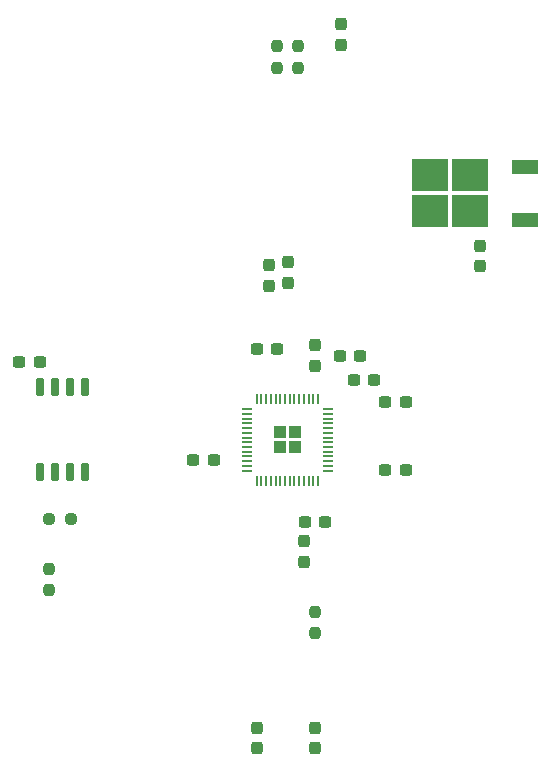
<source format=gbr>
%TF.GenerationSoftware,KiCad,Pcbnew,8.0.9-8.0.9-0~ubuntu22.04.1*%
%TF.CreationDate,2025-08-11T19:47:09-07:00*%
%TF.ProjectId,keyboard,6b657962-6f61-4726-942e-6b696361645f,rev?*%
%TF.SameCoordinates,Original*%
%TF.FileFunction,Paste,Top*%
%TF.FilePolarity,Positive*%
%FSLAX46Y46*%
G04 Gerber Fmt 4.6, Leading zero omitted, Abs format (unit mm)*
G04 Created by KiCad (PCBNEW 8.0.9-8.0.9-0~ubuntu22.04.1) date 2025-08-11 19:47:09*
%MOMM*%
%LPD*%
G01*
G04 APERTURE LIST*
G04 Aperture macros list*
%AMRoundRect*
0 Rectangle with rounded corners*
0 $1 Rounding radius*
0 $2 $3 $4 $5 $6 $7 $8 $9 X,Y pos of 4 corners*
0 Add a 4 corners polygon primitive as box body*
4,1,4,$2,$3,$4,$5,$6,$7,$8,$9,$2,$3,0*
0 Add four circle primitives for the rounded corners*
1,1,$1+$1,$2,$3*
1,1,$1+$1,$4,$5*
1,1,$1+$1,$6,$7*
1,1,$1+$1,$8,$9*
0 Add four rect primitives between the rounded corners*
20,1,$1+$1,$2,$3,$4,$5,0*
20,1,$1+$1,$4,$5,$6,$7,0*
20,1,$1+$1,$6,$7,$8,$9,0*
20,1,$1+$1,$8,$9,$2,$3,0*%
G04 Aperture macros list end*
%ADD10RoundRect,0.237500X0.237500X-0.250000X0.237500X0.250000X-0.237500X0.250000X-0.237500X-0.250000X0*%
%ADD11RoundRect,0.237500X-0.237500X0.300000X-0.237500X-0.300000X0.237500X-0.300000X0.237500X0.300000X0*%
%ADD12RoundRect,0.237500X0.250000X0.237500X-0.250000X0.237500X-0.250000X-0.237500X0.250000X-0.237500X0*%
%ADD13RoundRect,0.250000X-0.292217X-0.292217X0.292217X-0.292217X0.292217X0.292217X-0.292217X0.292217X0*%
%ADD14RoundRect,0.050000X-0.387500X-0.050000X0.387500X-0.050000X0.387500X0.050000X-0.387500X0.050000X0*%
%ADD15RoundRect,0.050000X-0.050000X-0.387500X0.050000X-0.387500X0.050000X0.387500X-0.050000X0.387500X0*%
%ADD16RoundRect,0.237500X-0.300000X-0.237500X0.300000X-0.237500X0.300000X0.237500X-0.300000X0.237500X0*%
%ADD17RoundRect,0.237500X0.237500X-0.300000X0.237500X0.300000X-0.237500X0.300000X-0.237500X-0.300000X0*%
%ADD18RoundRect,0.237500X-0.237500X0.250000X-0.237500X-0.250000X0.237500X-0.250000X0.237500X0.250000X0*%
%ADD19RoundRect,0.150000X0.150000X-0.650000X0.150000X0.650000X-0.150000X0.650000X-0.150000X-0.650000X0*%
%ADD20RoundRect,0.237500X0.300000X0.237500X-0.300000X0.237500X-0.300000X-0.237500X0.300000X-0.237500X0*%
%ADD21R,3.050000X2.750000*%
%ADD22R,2.200000X1.200000*%
G04 APERTURE END LIST*
D10*
%TO.C,R3*%
X221420000Y-161442500D03*
X221420000Y-159617500D03*
%TD*%
D11*
%TO.C,C2*%
X235410000Y-128637500D03*
X235410000Y-130362500D03*
%TD*%
D12*
%TO.C,R6*%
X200742500Y-151740000D03*
X198917500Y-151740000D03*
%TD*%
D13*
%TO.C,U2*%
X218462500Y-144432500D03*
X218462500Y-145707500D03*
X219737500Y-144432500D03*
X219737500Y-145707500D03*
D14*
X215662500Y-142470000D03*
X215662500Y-142870000D03*
X215662500Y-143270000D03*
X215662500Y-143670000D03*
X215662500Y-144070000D03*
X215662500Y-144470000D03*
X215662500Y-144870000D03*
X215662500Y-145270000D03*
X215662500Y-145670000D03*
X215662500Y-146070000D03*
X215662500Y-146470000D03*
X215662500Y-146870000D03*
X215662500Y-147270000D03*
X215662500Y-147670000D03*
D15*
X216500000Y-148507500D03*
X216900000Y-148507500D03*
X217300000Y-148507500D03*
X217700000Y-148507500D03*
X218100000Y-148507500D03*
X218500000Y-148507500D03*
X218900000Y-148507500D03*
X219300000Y-148507500D03*
X219700000Y-148507500D03*
X220100000Y-148507500D03*
X220500000Y-148507500D03*
X220900000Y-148507500D03*
X221300000Y-148507500D03*
X221700000Y-148507500D03*
D14*
X222537500Y-147670000D03*
X222537500Y-147270000D03*
X222537500Y-146870000D03*
X222537500Y-146470000D03*
X222537500Y-146070000D03*
X222537500Y-145670000D03*
X222537500Y-145270000D03*
X222537500Y-144870000D03*
X222537500Y-144470000D03*
X222537500Y-144070000D03*
X222537500Y-143670000D03*
X222537500Y-143270000D03*
X222537500Y-142870000D03*
X222537500Y-142470000D03*
D15*
X221700000Y-141632500D03*
X221300000Y-141632500D03*
X220900000Y-141632500D03*
X220500000Y-141632500D03*
X220100000Y-141632500D03*
X219700000Y-141632500D03*
X219300000Y-141632500D03*
X218900000Y-141632500D03*
X218500000Y-141632500D03*
X218100000Y-141632500D03*
X217700000Y-141632500D03*
X217300000Y-141632500D03*
X216900000Y-141632500D03*
X216500000Y-141632500D03*
%TD*%
D16*
%TO.C,C13*%
X227407500Y-147650000D03*
X229132500Y-147650000D03*
%TD*%
D17*
%TO.C,C9*%
X221450000Y-138792500D03*
X221450000Y-137067500D03*
%TD*%
%TO.C,C3*%
X216530000Y-171172500D03*
X216530000Y-169447500D03*
%TD*%
D16*
%TO.C,C16*%
X227407500Y-141870000D03*
X229132500Y-141870000D03*
%TD*%
%TO.C,C10*%
X223557500Y-137950000D03*
X225282500Y-137950000D03*
%TD*%
D18*
%TO.C,R4*%
X219970000Y-111717500D03*
X219970000Y-113542500D03*
%TD*%
D19*
%TO.C,U3*%
X198175000Y-147790000D03*
X199445000Y-147790000D03*
X200715000Y-147790000D03*
X201985000Y-147790000D03*
X201985000Y-140590000D03*
X200715000Y-140590000D03*
X199445000Y-140590000D03*
X198175000Y-140590000D03*
%TD*%
D18*
%TO.C,R5*%
X218210000Y-111717500D03*
X218210000Y-113542500D03*
%TD*%
D16*
%TO.C,C6*%
X224747500Y-140010000D03*
X226472500Y-140010000D03*
%TD*%
D20*
%TO.C,C14*%
X198142500Y-138500000D03*
X196417500Y-138500000D03*
%TD*%
D11*
%TO.C,C11*%
X220510000Y-153667500D03*
X220510000Y-155392500D03*
%TD*%
D10*
%TO.C,R7*%
X198910000Y-157812500D03*
X198910000Y-155987500D03*
%TD*%
D11*
%TO.C,C1*%
X223670000Y-109877500D03*
X223670000Y-111602500D03*
%TD*%
D20*
%TO.C,C8*%
X212862500Y-146800000D03*
X211137500Y-146800000D03*
%TD*%
D17*
%TO.C,C15*%
X219140000Y-131772500D03*
X219140000Y-130047500D03*
%TD*%
D16*
%TO.C,C7*%
X220557500Y-152010000D03*
X222282500Y-152010000D03*
%TD*%
D20*
%TO.C,C5*%
X218212500Y-137340000D03*
X216487500Y-137340000D03*
%TD*%
D17*
%TO.C,C12*%
X217520000Y-132022500D03*
X217520000Y-130297500D03*
%TD*%
D21*
%TO.C,U1*%
X234565000Y-125725000D03*
X234565000Y-122675000D03*
X231215000Y-125725000D03*
X231215000Y-122675000D03*
D22*
X239190000Y-126480000D03*
X239190000Y-121920000D03*
%TD*%
D17*
%TO.C,C4*%
X221410000Y-171162500D03*
X221410000Y-169437500D03*
%TD*%
M02*

</source>
